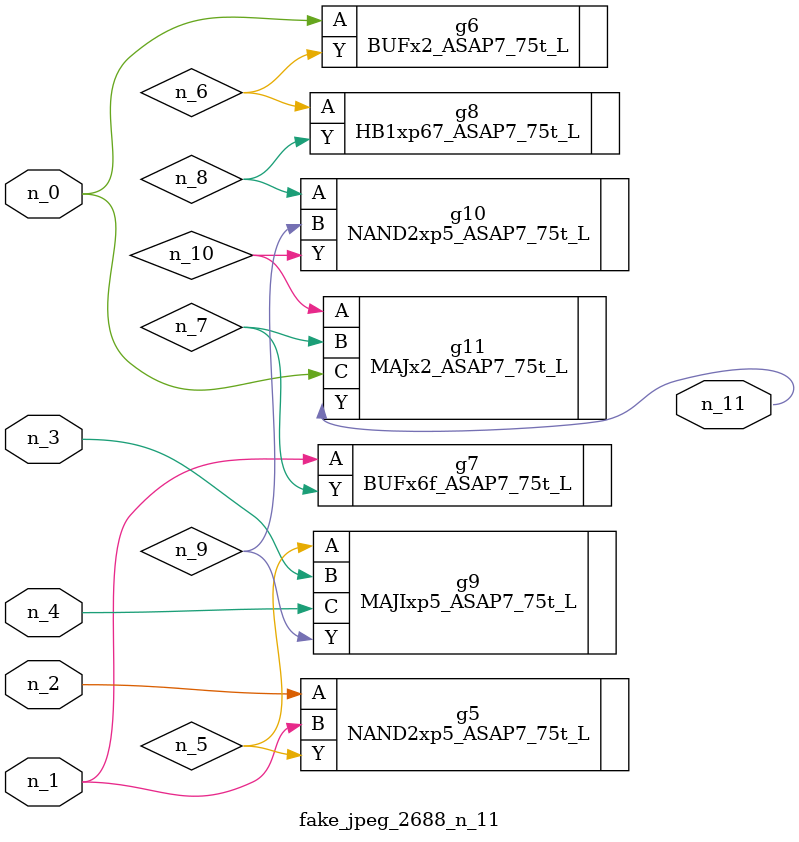
<source format=v>
module fake_jpeg_2688_n_11 (n_3, n_2, n_1, n_0, n_4, n_11);

input n_3;
input n_2;
input n_1;
input n_0;
input n_4;

output n_11;

wire n_10;
wire n_8;
wire n_9;
wire n_6;
wire n_5;
wire n_7;

NAND2xp5_ASAP7_75t_L g5 ( 
.A(n_2),
.B(n_1),
.Y(n_5)
);

BUFx2_ASAP7_75t_L g6 ( 
.A(n_0),
.Y(n_6)
);

BUFx6f_ASAP7_75t_L g7 ( 
.A(n_1),
.Y(n_7)
);

HB1xp67_ASAP7_75t_L g8 ( 
.A(n_6),
.Y(n_8)
);

NAND2xp5_ASAP7_75t_L g10 ( 
.A(n_8),
.B(n_9),
.Y(n_10)
);

MAJIxp5_ASAP7_75t_L g9 ( 
.A(n_5),
.B(n_3),
.C(n_4),
.Y(n_9)
);

MAJx2_ASAP7_75t_L g11 ( 
.A(n_10),
.B(n_7),
.C(n_0),
.Y(n_11)
);


endmodule
</source>
